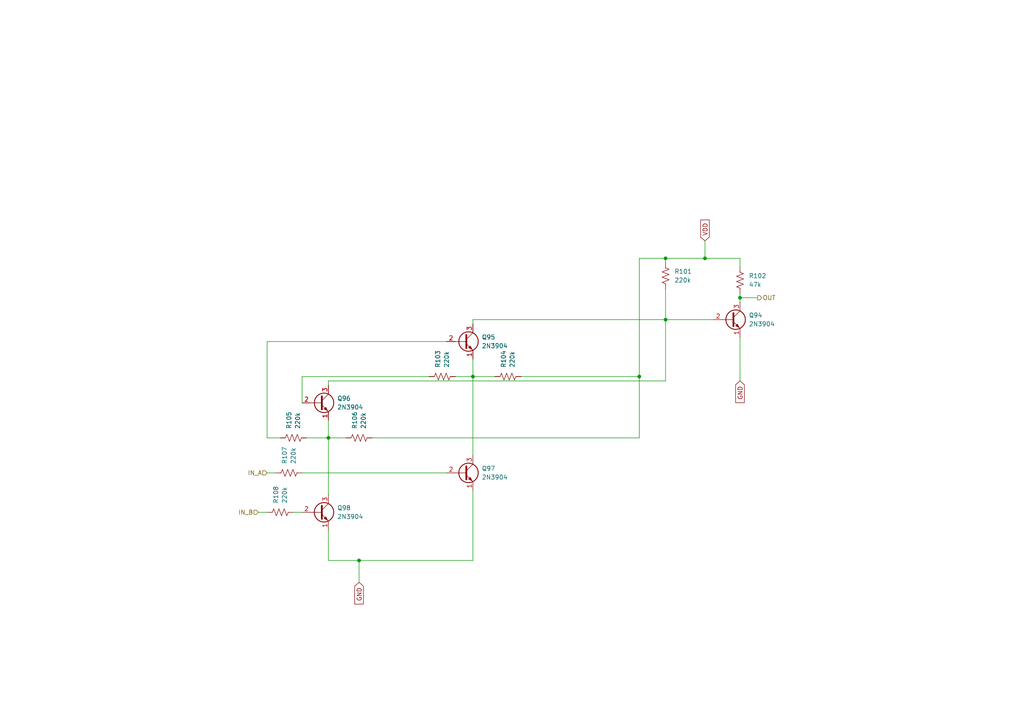
<source format=kicad_sch>
(kicad_sch (version 20250114) (generator "eeschema") (generator_version "9.0")
  (paper "A4")
  (lib_symbols
    (symbol "Device:R_US" (pin_numbers (hide yes)) (pin_names (offset 0))
      (property "Reference" "R" (at 2.54 0 90))
      (property "Value" "R_US" (at -2.54 0 90))
      (symbol "R_US_0_1"
        (polyline (pts (xy 0 2.286) (xy 0 2.54)))
        (polyline (pts (xy 0 2.286) (xy 1.016 1.905) (xy 0 1.524) (xy -1.016 1.143) (xy 0 0.762)))
        (polyline (pts (xy 0 0.762) (xy 1.016 0.381) (xy 0 0) (xy -1.016 -0.381) (xy 0 -0.762)))
        (polyline (pts (xy 0 -0.762) (xy 1.016 -1.143) (xy 0 -1.524) (xy -1.016 -1.905) (xy 0 -2.286)))
        (polyline (pts (xy 0 -2.286) (xy 0 -2.54)))
      )
      (symbol "R_US_1_1"
        (pin passive line (at 0 3.81 270) (length 1.27) (name "~") (number "1"))
        (pin passive line (at 0 -3.81 90) (length 1.27) (name "~") (number "2"))
      )
    )
    (symbol "Transistor_BJT:2N3904" (pin_names (offset 0) (hide yes))
      (property "Reference" "Q" (at 5.08 1.905 0))
      (property "Value" "2N3904" (at 5.08 0 0))
      (symbol "2N3904_0_1"
        (polyline (pts (xy -2.54 0) (xy 0.635 0)))
        (polyline (pts (xy 0.635 1.905) (xy 0.635 -1.905)) (stroke (width 0.508)))
        (circle (center 1.27 0) (radius 2.8194) (stroke (width 0.254)))
      )
      (symbol "2N3904_1_1"
        (polyline (pts (xy 0.635 0.635) (xy 2.54 2.54)))
        (polyline (pts (xy 0.635 -0.635) (xy 2.54 -2.54)))
        (polyline (pts (xy 1.27 -1.778) (xy 1.778 -1.27) (xy 2.286 -2.286) (xy 1.27 -1.778)) (fill (type outline)))
        (pin input line (at -5.08 0 0) (length 2.54) (name "B") (number "2"))
        (pin passive line (at 2.54 5.08 270) (length 2.54) (name "C") (number "3"))
        (pin passive line (at 2.54 -5.08 90) (length 2.54) (name "E") (number "1"))
      )
    )
  )
  (junction (at 214.63 86.36))
  (junction (at 193.04 92.71))
  (junction (at 185.42 109.22))
  (junction (at 193.04 74.93))
  (junction (at 137.16 109.22))
  (junction (at 104.14 162.56))
  (junction (at 95.25 127))
  (junction (at 204.47 74.93))
  (wire (pts (xy 95.25 121.92) (xy 95.25 127)))
  (wire (pts (xy 214.63 110.49) (xy 214.63 97.79)))
  (wire (pts (xy 214.63 86.36) (xy 219.71 86.36)))
  (wire (pts (xy 132.08 109.22) (xy 137.16 109.22)))
  (wire (pts (xy 85.09 148.59) (xy 87.63 148.59)))
  (wire (pts (xy 95.25 110.49) (xy 95.25 111.76)))
  (wire (pts (xy 74.93 148.59) (xy 77.47 148.59)))
  (wire (pts (xy 95.25 143.51) (xy 95.25 127)))
  (wire (pts (xy 87.63 116.84) (xy 87.63 109.22)))
  (wire (pts (xy 137.16 142.24) (xy 137.16 162.56)))
  (wire (pts (xy 77.47 127) (xy 81.28 127)))
  (wire (pts (xy 151.13 109.22) (xy 185.42 109.22)))
  (wire (pts (xy 185.42 127) (xy 185.42 109.22)))
  (wire (pts (xy 107.95 127) (xy 185.42 127)))
  (wire (pts (xy 214.63 74.93) (xy 214.63 77.47)))
  (wire (pts (xy 137.16 109.22) (xy 137.16 132.08)))
  (wire (pts (xy 95.25 162.56) (xy 104.14 162.56)))
  (wire (pts (xy 193.04 92.71) (xy 207.01 92.71)))
  (wire (pts (xy 137.16 92.71) (xy 137.16 93.98)))
  (wire (pts (xy 143.51 109.22) (xy 137.16 109.22)))
  (wire (pts (xy 214.63 85.09) (xy 214.63 86.36)))
  (wire (pts (xy 204.47 74.93) (xy 214.63 74.93)))
  (wire (pts (xy 185.42 74.93) (xy 185.42 109.22)))
  (wire (pts (xy 87.63 109.22) (xy 124.46 109.22)))
  (wire (pts (xy 77.47 99.06) (xy 77.47 127)))
  (wire (pts (xy 95.25 153.67) (xy 95.25 162.56)))
  (wire (pts (xy 129.54 99.06) (xy 77.47 99.06)))
  (wire (pts (xy 87.63 137.16) (xy 129.54 137.16)))
  (wire (pts (xy 193.04 76.2) (xy 193.04 74.93)))
  (wire (pts (xy 95.25 110.49) (xy 193.04 110.49)))
  (wire (pts (xy 185.42 74.93) (xy 193.04 74.93)))
  (wire (pts (xy 95.25 127) (xy 100.33 127)))
  (wire (pts (xy 193.04 83.82) (xy 193.04 92.71)))
  (wire (pts (xy 104.14 162.56) (xy 104.14 168.91)))
  (wire (pts (xy 137.16 162.56) (xy 104.14 162.56)))
  (wire (pts (xy 137.16 109.22) (xy 137.16 104.14)))
  (wire (pts (xy 88.9 127) (xy 95.25 127)))
  (wire (pts (xy 193.04 92.71) (xy 193.04 110.49)))
  (wire (pts (xy 214.63 86.36) (xy 214.63 87.63)))
  (wire (pts (xy 137.16 92.71) (xy 193.04 92.71)))
  (wire (pts (xy 77.47 137.16) (xy 80.01 137.16)))
  (wire (pts (xy 204.47 69.85) (xy 204.47 74.93)))
  (wire (pts (xy 193.04 74.93) (xy 204.47 74.93)))
  (global_label "VDD" (shape input) (at 204.47 69.85 90) (property "Intersheetrefs" "${INTERSHEET_REFS}" (effects (hide yes))))
  (global_label "GND" (shape input) (at 104.14 168.91 270) (property "Intersheetrefs" "${INTERSHEET_REFS}" (effects (hide yes))))
  (global_label "GND" (shape input) (at 214.63 110.49 270) (property "Intersheetrefs" "${INTERSHEET_REFS}" (effects (hide yes))))
  (hierarchical_label "OUT" (shape output) (at 219.71 86.36 0))
  (hierarchical_label "IN_A" (shape input) (at 77.47 137.16 180))
  (hierarchical_label "IN_B" (shape input) (at 74.93 148.59 180))
  (symbol (lib_id "Transistor_BJT:2N3904") (at 92.71 148.59 0) (unit 1)
    (property "Reference" "Q98" (at 97.79 147.3199 0) (effects (justify left)))
    (property "Value" "2N3904" (at 97.79 149.8599 0) (effects (justify left)))
    (property "Footprint" "MyLibrary:TO-92_Inline" (effects (hide yes)))
    (property "Sim.Library" "2N3904_model.txt" (effects (hide yes)))
    (property "Sim.Name" "2N3904" (effects (hide yes)))
    (property "Sim.Device" "NPN" (effects (hide yes)))
    (property "Sim.Type" "GUMMELPOON" (effects (hide yes)))
    (property "Sim.Pins" "1=E 2=B 3=C" (effects (hide yes)))
    (instances (project "ICD24_FA" (path "" (reference "Q98") (unit 1)) (path "" (reference "Q510") (unit 1)) (path "" (reference "Q505") (unit 1)) (path "" (reference "Q434") (unit 1)) (path "" (reference "Q429") (unit 1)) (path "" (reference "Q472") (unit 1)) (path "" (reference "Q467") (unit 1)) (path "" (reference "Q453") (unit 1)) (path "" (reference "Q448") (unit 1)) (path "" (reference "Q491") (unit 1)) (path "" (reference "Q486") (unit 1)) (path "" (reference "Q529") (unit 1)) (path "" (reference "Q524") (unit 1)) (path "" (reference "Q548") (unit 1)) (path "" (reference "Q543") (unit 1)) (path "" (reference "Q567") (unit 1)) (path "" (reference "Q562") (unit 1)) (path "" (reference "Q108") (unit 1)) (path "" (reference "Q103") (unit 1)) (path "" (reference "Q13") (unit 1)) (path "" (reference "Q17") (unit 1)) (path "" (reference "Q206") (unit 1)) (path "" (reference "Q201") (unit 1)) (path "" (reference "Q130") (unit 1)) (path "" (reference "Q125") (unit 1)) (path "" (reference "Q168") (unit 1)) (path "" (reference "Q163") (unit 1)) (path "" (reference "Q149") (unit 1)) (path "" (reference "Q144") (unit 1)) (path "" (reference "Q187") (unit 1)) (path "" (reference "Q182") (unit 1)) (path "" (reference "Q225") (unit 1)) (path "" (reference "Q220") (unit 1)) (path "" (reference "Q244") (unit 1)) (path "" (reference "Q239") (unit 1)) (path "" (reference "Q263") (unit 1)) (path "" (reference "Q258") (unit 1)) (path "" (reference "Q396") (unit 1)) (path "" (reference "Q391") (unit 1)) (path "" (reference "Q358") (unit 1)) (path "" (reference "Q353") (unit 1)) (path "" (reference "Q377") (unit 1)) (path "" (reference "Q372") (unit 1)) (path "" (reference "Q320") (unit 1)) (path "" (reference "Q315") (unit 1)) (path "" (reference "Q339") (unit 1)) (path "" (reference "Q334") (unit 1)) (path "" (reference "Q415") (unit 1)) (path "" (reference "Q410") (unit 1)) (path "" (reference "Q282") (unit 1)) (path "" (reference "Q277") (unit 1)) (path "" (reference "Q301") (unit 1)) (path "" (reference "Q296") (unit 1))))
  )
  (symbol (lib_id "Device:R_US") (at 85.09 127 90) (unit 1)
    (property "Reference" "R105" (at 83.8199 124.46 0) (effects (justify left)))
    (property "Value" "220k" (at 86.3599 124.46 0) (effects (justify left)))
    (property "Footprint" "Resistor_THT:R_Axial_DIN0309_L9.0mm_D3.2mm_P15.24mm_Horizontal" (effects (hide yes)))
    (property "Description" "Resistor, US symbol" (effects (hide yes)))
    (instances (project "ICD24_FA" (path "" (reference "R105") (unit 1)) (path "" (reference "R739") (unit 1)) (path "" (reference "R731") (unit 1)) (path "" (reference "R627") (unit 1)) (path "" (reference "R619") (unit 1)) (path "" (reference "R683") (unit 1)) (path "" (reference "R675") (unit 1)) (path "" (reference "R655") (unit 1)) (path "" (reference "R647") (unit 1)) (path "" (reference "R711") (unit 1)) (path "" (reference "R703") (unit 1)) (path "" (reference "R767") (unit 1)) (path "" (reference "R759") (unit 1)) (path "" (reference "R795") (unit 1)) (path "" (reference "R787") (unit 1)) (path "" (reference "R823") (unit 1)) (path "" (reference "R815") (unit 1)) (path "" (reference "R121") (unit 1)) (path "" (reference "R113") (unit 1)) (path "" (reference "R22") (unit 1)) (path "" (reference "R26") (unit 1)) (path "" (reference "R291") (unit 1)) (path "" (reference "R283") (unit 1)) (path "" (reference "R179") (unit 1)) (path "" (reference "R171") (unit 1)) (path "" (reference "R235") (unit 1)) (path "" (reference "R227") (unit 1)) (path "" (reference "R207") (unit 1)) (path "" (reference "R199") (unit 1)) (path "" (reference "R263") (unit 1)) (path "" (reference "R255") (unit 1)) (path "" (reference "R319") (unit 1)) (path "" (reference "R311") (unit 1)) (path "" (reference "R347") (unit 1)) (path "" (reference "R339") (unit 1)) (path "" (reference "R375") (unit 1)) (path "" (reference "R367") (unit 1)) (path "" (reference "R571") (unit 1)) (path "" (reference "R563") (unit 1)) (path "" (reference "R515") (unit 1)) (path "" (reference "R507") (unit 1)) (path "" (reference "R543") (unit 1)) (path "" (reference "R535") (unit 1)) (path "" (reference "R459") (unit 1)) (path "" (reference "R451") (unit 1)) (path "" (reference "R487") (unit 1)) (path "" (reference "R479") (unit 1)) (path "" (reference "R599") (unit 1)) (path "" (reference "R591") (unit 1)) (path "" (reference "R403") (unit 1)) (path "" (reference "R395") (unit 1)) (path "" (reference "R431") (unit 1)) (path "" (reference "R423") (unit 1))))
  )
  (symbol (lib_id "Device:R_US") (at 104.14 127 90) (unit 1)
    (property "Reference" "R106" (at 102.8699 124.46 0) (effects (justify left)))
    (property "Value" "220k" (at 105.4099 124.46 0) (effects (justify left)))
    (property "Footprint" "Resistor_THT:R_Axial_DIN0309_L9.0mm_D3.2mm_P15.24mm_Horizontal" (effects (hide yes)))
    (property "Description" "Resistor, US symbol" (effects (hide yes)))
    (instances (project "ICD24_FA" (path "" (reference "R106") (unit 1)) (path "" (reference "R740") (unit 1)) (path "" (reference "R732") (unit 1)) (path "" (reference "R628") (unit 1)) (path "" (reference "R620") (unit 1)) (path "" (reference "R684") (unit 1)) (path "" (reference "R676") (unit 1)) (path "" (reference "R656") (unit 1)) (path "" (reference "R648") (unit 1)) (path "" (reference "R712") (unit 1)) (path "" (reference "R704") (unit 1)) (path "" (reference "R768") (unit 1)) (path "" (reference "R760") (unit 1)) (path "" (reference "R796") (unit 1)) (path "" (reference "R788") (unit 1)) (path "" (reference "R824") (unit 1)) (path "" (reference "R816") (unit 1)) (path "" (reference "R122") (unit 1)) (path "" (reference "R114") (unit 1)) (path "" (reference "R16") (unit 1)) (path "" (reference "R24") (unit 1)) (path "" (reference "R292") (unit 1)) (path "" (reference "R284") (unit 1)) (path "" (reference "R180") (unit 1)) (path "" (reference "R172") (unit 1)) (path "" (reference "R236") (unit 1)) (path "" (reference "R228") (unit 1)) (path "" (reference "R208") (unit 1)) (path "" (reference "R200") (unit 1)) (path "" (reference "R264") (unit 1)) (path "" (reference "R256") (unit 1)) (path "" (reference "R320") (unit 1)) (path "" (reference "R312") (unit 1)) (path "" (reference "R348") (unit 1)) (path "" (reference "R340") (unit 1)) (path "" (reference "R376") (unit 1)) (path "" (reference "R368") (unit 1)) (path "" (reference "R572") (unit 1)) (path "" (reference "R564") (unit 1)) (path "" (reference "R516") (unit 1)) (path "" (reference "R508") (unit 1)) (path "" (reference "R544") (unit 1)) (path "" (reference "R536") (unit 1)) (path "" (reference "R460") (unit 1)) (path "" (reference "R452") (unit 1)) (path "" (reference "R488") (unit 1)) (path "" (reference "R480") (unit 1)) (path "" (reference "R600") (unit 1)) (path "" (reference "R592") (unit 1)) (path "" (reference "R404") (unit 1)) (path "" (reference "R396") (unit 1)) (path "" (reference "R432") (unit 1)) (path "" (reference "R424") (unit 1))))
  )
  (symbol (lib_id "Transistor_BJT:2N3904") (at 134.62 99.06 0) (unit 1)
    (property "Reference" "Q95" (at 139.7 97.7899 0) (effects (justify left)))
    (property "Value" "2N3904" (at 139.7 100.3299 0) (effects (justify left)))
    (property "Footprint" "MyLibrary:TO-92_Inline" (effects (hide yes)))
    (property "Sim.Library" "2N3904_model.txt" (effects (hide yes)))
    (property "Sim.Name" "2N3904" (effects (hide yes)))
    (property "Sim.Device" "NPN" (effects (hide yes)))
    (property "Sim.Type" "GUMMELPOON" (effects (hide yes)))
    (property "Sim.Pins" "1=E 2=B 3=C" (effects (hide yes)))
    (instances (project "ICD24_FA" (path "" (reference "Q95") (unit 1)) (path "" (reference "Q507") (unit 1)) (path "" (reference "Q502") (unit 1)) (path "" (reference "Q431") (unit 1)) (path "" (reference "Q426") (unit 1)) (path "" (reference "Q469") (unit 1)) (path "" (reference "Q464") (unit 1)) (path "" (reference "Q450") (unit 1)) (path "" (reference "Q445") (unit 1)) (path "" (reference "Q488") (unit 1)) (path "" (reference "Q483") (unit 1)) (path "" (reference "Q526") (unit 1)) (path "" (reference "Q521") (unit 1)) (path "" (reference "Q545") (unit 1)) (path "" (reference "Q540") (unit 1)) (path "" (reference "Q564") (unit 1)) (path "" (reference "Q559") (unit 1)) (path "" (reference "Q105") (unit 1)) (path "" (reference "Q100") (unit 1)) (path "" (reference "Q10") (unit 1)) (path "" (reference "Q16") (unit 1)) (path "" (reference "Q203") (unit 1)) (path "" (reference "Q198") (unit 1)) (path "" (reference "Q127") (unit 1)) (path "" (reference "Q122") (unit 1)) (path "" (reference "Q165") (unit 1)) (path "" (reference "Q160") (unit 1)) (path "" (reference "Q146") (unit 1)) (path "" (reference "Q141") (unit 1)) (path "" (reference "Q184") (unit 1)) (path "" (reference "Q179") (unit 1)) (path "" (reference "Q222") (unit 1)) (path "" (reference "Q217") (unit 1)) (path "" (reference "Q241") (unit 1)) (path "" (reference "Q236") (unit 1)) (path "" (reference "Q260") (unit 1)) (path "" (reference "Q255") (unit 1)) (path "" (reference "Q393") (unit 1)) (path "" (reference "Q388") (unit 1)) (path "" (reference "Q355") (unit 1)) (path "" (reference "Q350") (unit 1)) (path "" (reference "Q374") (unit 1)) (path "" (reference "Q369") (unit 1)) (path "" (reference "Q317") (unit 1)) (path "" (reference "Q312") (unit 1)) (path "" (reference "Q336") (unit 1)) (path "" (reference "Q331") (unit 1)) (path "" (reference "Q412") (unit 1)) (path "" (reference "Q407") (unit 1)) (path "" (reference "Q279") (unit 1)) (path "" (reference "Q274") (unit 1)) (path "" (reference "Q298") (unit 1)) (path "" (reference "Q293") (unit 1))))
  )
  (symbol (lib_id "Device:R_US") (at 83.82 137.16 90) (unit 1)
    (property "Reference" "R107" (at 82.5499 134.62 0) (effects (justify left)))
    (property "Value" "220k" (at 85.0899 134.62 0) (effects (justify left)))
    (property "Footprint" "Resistor_THT:R_Axial_DIN0309_L9.0mm_D3.2mm_P15.24mm_Horizontal" (effects (hide yes)))
    (property "Description" "Resistor, US symbol" (effects (hide yes)))
    (instances (project "ICD24_FA" (path "" (reference "R107") (unit 1)) (path "" (reference "R741") (unit 1)) (path "" (reference "R733") (unit 1)) (path "" (reference "R629") (unit 1)) (path "" (reference "R621") (unit 1)) (path "" (reference "R685") (unit 1)) (path "" (reference "R677") (unit 1)) (path "" (reference "R657") (unit 1)) (path "" (reference "R649") (unit 1)) (path "" (reference "R713") (unit 1)) (path "" (reference "R705") (unit 1)) (path "" (reference "R769") (unit 1)) (path "" (reference "R761") (unit 1)) (path "" (reference "R797") (unit 1)) (path "" (reference "R789") (unit 1)) (path "" (reference "R825") (unit 1)) (path "" (reference "R817") (unit 1)) (path "" (reference "R123") (unit 1)) (path "" (reference "R115") (unit 1)) (path "" (reference "R17") (unit 1)) (path "" (reference "R28") (unit 1)) (path "" (reference "R293") (unit 1)) (path "" (reference "R285") (unit 1)) (path "" (reference "R181") (unit 1)) (path "" (reference "R173") (unit 1)) (path "" (reference "R237") (unit 1)) (path "" (reference "R229") (unit 1)) (path "" (reference "R209") (unit 1)) (path "" (reference "R201") (unit 1)) (path "" (reference "R265") (unit 1)) (path "" (reference "R257") (unit 1)) (path "" (reference "R321") (unit 1)) (path "" (reference "R313") (unit 1)) (path "" (reference "R349") (unit 1)) (path "" (reference "R341") (unit 1)) (path "" (reference "R377") (unit 1)) (path "" (reference "R369") (unit 1)) (path "" (reference "R573") (unit 1)) (path "" (reference "R565") (unit 1)) (path "" (reference "R517") (unit 1)) (path "" (reference "R509") (unit 1)) (path "" (reference "R545") (unit 1)) (path "" (reference "R537") (unit 1)) (path "" (reference "R461") (unit 1)) (path "" (reference "R453") (unit 1)) (path "" (reference "R489") (unit 1)) (path "" (reference "R481") (unit 1)) (path "" (reference "R601") (unit 1)) (path "" (reference "R593") (unit 1)) (path "" (reference "R405") (unit 1)) (path "" (reference "R397") (unit 1)) (path "" (reference "R433") (unit 1)) (path "" (reference "R425") (unit 1))))
  )
  (symbol (lib_id "Transistor_BJT:2N3904") (at 92.71 116.84 0) (unit 1)
    (property "Reference" "Q96" (at 97.79 115.5699 0) (effects (justify left)))
    (property "Value" "2N3904" (at 97.79 118.1099 0) (effects (justify left)))
    (property "Footprint" "MyLibrary:TO-92_Inline" (effects (hide yes)))
    (property "Sim.Library" "2N3904_model.txt" (effects (hide yes)))
    (property "Sim.Name" "2N3904" (effects (hide yes)))
    (property "Sim.Device" "NPN" (effects (hide yes)))
    (property "Sim.Type" "GUMMELPOON" (effects (hide yes)))
    (property "Sim.Pins" "1=E 2=B 3=C" (effects (hide yes)))
    (instances (project "ICD24_FA" (path "" (reference "Q96") (unit 1)) (path "" (reference "Q508") (unit 1)) (path "" (reference "Q503") (unit 1)) (path "" (reference "Q432") (unit 1)) (path "" (reference "Q427") (unit 1)) (path "" (reference "Q470") (unit 1)) (path "" (reference "Q465") (unit 1)) (path "" (reference "Q451") (unit 1)) (path "" (reference "Q446") (unit 1)) (path "" (reference "Q489") (unit 1)) (path "" (reference "Q484") (unit 1)) (path "" (reference "Q527") (unit 1)) (path "" (reference "Q522") (unit 1)) (path "" (reference "Q546") (unit 1)) (path "" (reference "Q541") (unit 1)) (path "" (reference "Q565") (unit 1)) (path "" (reference "Q560") (unit 1)) (path "" (reference "Q106") (unit 1)) (path "" (reference "Q101") (unit 1)) (path "" (reference "Q14") (unit 1)) (path "" (reference "Q18") (unit 1)) (path "" (reference "Q204") (unit 1)) (path "" (reference "Q199") (unit 1)) (path "" (reference "Q128") (unit 1)) (path "" (reference "Q123") (unit 1)) (path "" (reference "Q166") (unit 1)) (path "" (reference "Q161") (unit 1)) (path "" (reference "Q147") (unit 1)) (path "" (reference "Q142") (unit 1)) (path "" (reference "Q185") (unit 1)) (path "" (reference "Q180") (unit 1)) (path "" (reference "Q223") (unit 1)) (path "" (reference "Q218") (unit 1)) (path "" (reference "Q242") (unit 1)) (path "" (reference "Q237") (unit 1)) (path "" (reference "Q261") (unit 1)) (path "" (reference "Q256") (unit 1)) (path "" (reference "Q394") (unit 1)) (path "" (reference "Q389") (unit 1)) (path "" (reference "Q356") (unit 1)) (path "" (reference "Q351") (unit 1)) (path "" (reference "Q375") (unit 1)) (path "" (reference "Q370") (unit 1)) (path "" (reference "Q318") (unit 1)) (path "" (reference "Q313") (unit 1)) (path "" (reference "Q337") (unit 1)) (path "" (reference "Q332") (unit 1)) (path "" (reference "Q413") (unit 1)) (path "" (reference "Q408") (unit 1)) (path "" (reference "Q280") (unit 1)) (path "" (reference "Q275") (unit 1)) (path "" (reference "Q299") (unit 1)) (path "" (reference "Q294") (unit 1))))
  )
  (symbol (lib_id "Device:R_US") (at 128.27 109.22 90) (unit 1)
    (property "Reference" "R103" (at 126.9999 106.68 0) (effects (justify left)))
    (property "Value" "220k" (at 129.5399 106.68 0) (effects (justify left)))
    (property "Footprint" "Resistor_THT:R_Axial_DIN0309_L9.0mm_D3.2mm_P15.24mm_Horizontal" (effects (hide yes)))
    (property "Description" "Resistor, US symbol" (effects (hide yes)))
    (instances (project "ICD24_FA" (path "" (reference "R103") (unit 1)) (path "" (reference "R737") (unit 1)) (path "" (reference "R729") (unit 1)) (path "" (reference "R625") (unit 1)) (path "" (reference "R617") (unit 1)) (path "" (reference "R681") (unit 1)) (path "" (reference "R673") (unit 1)) (path "" (reference "R653") (unit 1)) (path "" (reference "R645") (unit 1)) (path "" (reference "R709") (unit 1)) (path "" (reference "R701") (unit 1)) (path "" (reference "R765") (unit 1)) (path "" (reference "R757") (unit 1)) (path "" (reference "R793") (unit 1)) (path "" (reference "R785") (unit 1)) (path "" (reference "R821") (unit 1)) (path "" (reference "R813") (unit 1)) (path "" (reference "R119") (unit 1)) (path "" (reference "R111") (unit 1)) (path "" (reference "R18") (unit 1)) (path "" (reference "R25") (unit 1)) (path "" (reference "R289") (unit 1)) (path "" (reference "R281") (unit 1)) (path "" (reference "R177") (unit 1)) (path "" (reference "R169") (unit 1)) (path "" (reference "R233") (unit 1)) (path "" (reference "R225") (unit 1)) (path "" (reference "R205") (unit 1)) (path "" (reference "R197") (unit 1)) (path "" (reference "R261") (unit 1)) (path "" (reference "R253") (unit 1)) (path "" (reference "R317") (unit 1)) (path "" (reference "R309") (unit 1)) (path "" (reference "R345") (unit 1)) (path "" (reference "R337") (unit 1)) (path "" (reference "R373") (unit 1)) (path "" (reference "R365") (unit 1)) (path "" (reference "R569") (unit 1)) (path "" (reference "R561") (unit 1)) (path "" (reference "R513") (unit 1)) (path "" (reference "R505") (unit 1)) (path "" (reference "R541") (unit 1)) (path "" (reference "R533") (unit 1)) (path "" (reference "R457") (unit 1)) (path "" (reference "R449") (unit 1)) (path "" (reference "R485") (unit 1)) (path "" (reference "R477") (unit 1)) (path "" (reference "R597") (unit 1)) (path "" (reference "R589") (unit 1)) (path "" (reference "R401") (unit 1)) (path "" (reference "R393") (unit 1)) (path "" (reference "R429") (unit 1)) (path "" (reference "R421") (unit 1))))
  )
  (symbol (lib_id "Transistor_BJT:2N3904") (at 134.62 137.16 0) (unit 1)
    (property "Reference" "Q97" (at 139.7 135.8899 0) (effects (justify left)))
    (property "Value" "2N3904" (at 139.7 138.4299 0) (effects (justify left)))
    (property "Footprint" "MyLibrary:TO-92_Inline" (effects (hide yes)))
    (property "Sim.Library" "2N3904_model.txt" (effects (hide yes)))
    (property "Sim.Name" "2N3904" (effects (hide yes)))
    (property "Sim.Device" "NPN" (effects (hide yes)))
    (property "Sim.Type" "GUMMELPOON" (effects (hide yes)))
    (property "Sim.Pins" "1=E 2=B 3=C" (effects (hide yes)))
    (instances (project "ICD24_FA" (path "" (reference "Q97") (unit 1)) (path "" (reference "Q509") (unit 1)) (path "" (reference "Q504") (unit 1)) (path "" (reference "Q433") (unit 1)) (path "" (reference "Q428") (unit 1)) (path "" (reference "Q471") (unit 1)) (path "" (reference "Q466") (unit 1)) (path "" (reference "Q452") (unit 1)) (path "" (reference "Q447") (unit 1)) (path "" (reference "Q490") (unit 1)) (path "" (reference "Q485") (unit 1)) (path "" (reference "Q528") (unit 1)) (path "" (reference "Q523") (unit 1)) (path "" (reference "Q547") (unit 1)) (path "" (reference "Q542") (unit 1)) (path "" (reference "Q566") (unit 1)) (path "" (reference "Q561") (unit 1)) (path "" (reference "Q107") (unit 1)) (path "" (reference "Q102") (unit 1)) (path "" (reference "Q11") (unit 1)) (path "" (reference "Q19") (unit 1)) (path "" (reference "Q205") (unit 1)) (path "" (reference "Q200") (unit 1)) (path "" (reference "Q129") (unit 1)) (path "" (reference "Q124") (unit 1)) (path "" (reference "Q167") (unit 1)) (path "" (reference "Q162") (unit 1)) (path "" (reference "Q148") (unit 1)) (path "" (reference "Q143") (unit 1)) (path "" (reference "Q186") (unit 1)) (path "" (reference "Q181") (unit 1)) (path "" (reference "Q224") (unit 1)) (path "" (reference "Q219") (unit 1)) (path "" (reference "Q243") (unit 1)) (path "" (reference "Q238") (unit 1)) (path "" (reference "Q262") (unit 1)) (path "" (reference "Q257") (unit 1)) (path "" (reference "Q395") (unit 1)) (path "" (reference "Q390") (unit 1)) (path "" (reference "Q357") (unit 1)) (path "" (reference "Q352") (unit 1)) (path "" (reference "Q376") (unit 1)) (path "" (reference "Q371") (unit 1)) (path "" (reference "Q319") (unit 1)) (path "" (reference "Q314") (unit 1)) (path "" (reference "Q338") (unit 1)) (path "" (reference "Q333") (unit 1)) (path "" (reference "Q414") (unit 1)) (path "" (reference "Q409") (unit 1)) (path "" (reference "Q281") (unit 1)) (path "" (reference "Q276") (unit 1)) (path "" (reference "Q300") (unit 1)) (path "" (reference "Q295") (unit 1))))
  )
  (symbol (lib_id "Device:R_US") (at 214.63 81.28 0) (unit 1)
    (property "Reference" "R102" (at 217.17 80.0099 0) (effects (justify left)))
    (property "Value" "47k" (at 217.17 82.5499 0) (effects (justify left)))
    (property "Footprint" "Resistor_THT:R_Axial_DIN0309_L9.0mm_D3.2mm_P15.24mm_Horizontal" (effects (hide yes)))
    (property "Description" "Resistor, US symbol" (effects (hide yes)))
    (instances (project "ICD24_FA" (path "" (reference "R102") (unit 1)) (path "" (reference "R736") (unit 1)) (path "" (reference "R728") (unit 1)) (path "" (reference "R624") (unit 1)) (path "" (reference "R616") (unit 1)) (path "" (reference "R680") (unit 1)) (path "" (reference "R672") (unit 1)) (path "" (reference "R652") (unit 1)) (path "" (reference "R644") (unit 1)) (path "" (reference "R708") (unit 1)) (path "" (reference "R700") (unit 1)) (path "" (reference "R764") (unit 1)) (path "" (reference "R756") (unit 1)) (path "" (reference "R792") (unit 1)) (path "" (reference "R784") (unit 1)) (path "" (reference "R820") (unit 1)) (path "" (reference "R812") (unit 1)) (path "" (reference "R118") (unit 1)) (path "" (reference "R110") (unit 1)) (path "" (reference "R11") (unit 1)) (path "" (reference "R19") (unit 1)) (path "" (reference "R288") (unit 1)) (path "" (reference "R280") (unit 1)) (path "" (reference "R176") (unit 1)) (path "" (reference "R168") (unit 1)) (path "" (reference "R232") (unit 1)) (path "" (reference "R224") (unit 1)) (path "" (reference "R204") (unit 1)) (path "" (reference "R196") (unit 1)) (path "" (reference "R260") (unit 1)) (path "" (reference "R252") (unit 1)) (path "" (reference "R316") (unit 1)) (path "" (reference "R308") (unit 1)) (path "" (reference "R344") (unit 1)) (path "" (reference "R336") (unit 1)) (path "" (reference "R372") (unit 1)) (path "" (reference "R364") (unit 1)) (path "" (reference "R568") (unit 1)) (path "" (reference "R560") (unit 1)) (path "" (reference "R512") (unit 1)) (path "" (reference "R504") (unit 1)) (path "" (reference "R540") (unit 1)) (path "" (reference "R532") (unit 1)) (path "" (reference "R456") (unit 1)) (path "" (reference "R448") (unit 1)) (path "" (reference "R484") (unit 1)) (path "" (reference "R476") (unit 1)) (path "" (reference "R596") (unit 1)) (path "" (reference "R588") (unit 1)) (path "" (reference "R400") (unit 1)) (path "" (reference "R392") (unit 1)) (path "" (reference "R428") (unit 1)) (path "" (reference "R420") (unit 1))))
  )
  (symbol (lib_id "Device:R_US") (at 147.32 109.22 90) (unit 1)
    (property "Reference" "R104" (at 146.0499 106.68 0) (effects (justify left)))
    (property "Value" "220k" (at 148.5899 106.68 0) (effects (justify left)))
    (property "Footprint" "Resistor_THT:R_Axial_DIN0309_L9.0mm_D3.2mm_P15.24mm_Horizontal" (effects (hide yes)))
    (property "Description" "Resistor, US symbol" (effects (hide yes)))
    (instances (project "ICD24_FA" (path "" (reference "R104") (unit 1)) (path "" (reference "R738") (unit 1)) (path "" (reference "R730") (unit 1)) (path "" (reference "R626") (unit 1)) (path "" (reference "R618") (unit 1)) (path "" (reference "R682") (unit 1)) (path "" (reference "R674") (unit 1)) (path "" (reference "R654") (unit 1)) (path "" (reference "R646") (unit 1)) (path "" (reference "R710") (unit 1)) (path "" (reference "R702") (unit 1)) (path "" (reference "R766") (unit 1)) (path "" (reference "R758") (unit 1)) (path "" (reference "R794") (unit 1)) (path "" (reference "R786") (unit 1)) (path "" (reference "R822") (unit 1)) (path "" (reference "R814") (unit 1)) (path "" (reference "R120") (unit 1)) (path "" (reference "R112") (unit 1)) (path "" (reference "R12") (unit 1)) (path "" (reference "R21") (unit 1)) (path "" (reference "R290") (unit 1)) (path "" (reference "R282") (unit 1)) (path "" (reference "R178") (unit 1)) (path "" (reference "R170") (unit 1)) (path "" (reference "R234") (unit 1)) (path "" (reference "R226") (unit 1)) (path "" (reference "R206") (unit 1)) (path "" (reference "R198") (unit 1)) (path "" (reference "R262") (unit 1)) (path "" (reference "R254") (unit 1)) (path "" (reference "R318") (unit 1)) (path "" (reference "R310") (unit 1)) (path "" (reference "R346") (unit 1)) (path "" (reference "R338") (unit 1)) (path "" (reference "R374") (unit 1)) (path "" (reference "R366") (unit 1)) (path "" (reference "R570") (unit 1)) (path "" (reference "R562") (unit 1)) (path "" (reference "R514") (unit 1)) (path "" (reference "R506") (unit 1)) (path "" (reference "R542") (unit 1)) (path "" (reference "R534") (unit 1)) (path "" (reference "R458") (unit 1)) (path "" (reference "R450") (unit 1)) (path "" (reference "R486") (unit 1)) (path "" (reference "R478") (unit 1)) (path "" (reference "R598") (unit 1)) (path "" (reference "R590") (unit 1)) (path "" (reference "R402") (unit 1)) (path "" (reference "R394") (unit 1)) (path "" (reference "R430") (unit 1)) (path "" (reference "R422") (unit 1))))
  )
  (symbol (lib_id "Device:R_US") (at 193.04 80.01 0) (unit 1)
    (property "Reference" "R101" (at 195.58 78.7399 0) (effects (justify left)))
    (property "Value" "220k" (at 195.58 81.2799 0) (effects (justify left)))
    (property "Footprint" "Resistor_THT:R_Axial_DIN0309_L9.0mm_D3.2mm_P15.24mm_Horizontal" (effects (hide yes)))
    (property "Description" "Resistor, US symbol" (effects (hide yes)))
    (instances (project "ICD24_FA" (path "" (reference "R101") (unit 1)) (path "" (reference "R735") (unit 1)) (path "" (reference "R727") (unit 1)) (path "" (reference "R623") (unit 1)) (path "" (reference "R615") (unit 1)) (path "" (reference "R679") (unit 1)) (path "" (reference "R671") (unit 1)) (path "" (reference "R651") (unit 1)) (path "" (reference "R643") (unit 1)) (path "" (reference "R707") (unit 1)) (path "" (reference "R699") (unit 1)) (path "" (reference "R763") (unit 1)) (path "" (reference "R755") (unit 1)) (path "" (reference "R791") (unit 1)) (path "" (reference "R783") (unit 1)) (path "" (reference "R819") (unit 1)) (path "" (reference "R811") (unit 1)) (path "" (reference "R117") (unit 1)) (path "" (reference "R109") (unit 1)) (path "" (reference "R15") (unit 1)) (path "" (reference "R23") (unit 1)) (path "" (reference "R287") (unit 1)) (path "" (reference "R279") (unit 1)) (path "" (reference "R175") (unit 1)) (path "" (reference "R167") (unit 1)) (path "" (reference "R231") (unit 1)) (path "" (reference "R223") (unit 1)) (path "" (reference "R203") (unit 1)) (path "" (reference "R195") (unit 1)) (path "" (reference "R259") (unit 1)) (path "" (reference "R251") (unit 1)) (path "" (reference "R315") (unit 1)) (path "" (reference "R307") (unit 1)) (path "" (reference "R343") (unit 1)) (path "" (reference "R335") (unit 1)) (path "" (reference "R371") (unit 1)) (path "" (reference "R363") (unit 1)) (path "" (reference "R567") (unit 1)) (path "" (reference "R559") (unit 1)) (path "" (reference "R511") (unit 1)) (path "" (reference "R503") (unit 1)) (path "" (reference "R539") (unit 1)) (path "" (reference "R531") (unit 1)) (path "" (reference "R455") (unit 1)) (path "" (reference "R447") (unit 1)) (path "" (reference "R483") (unit 1)) (path "" (reference "R475") (unit 1)) (path "" (reference "R595") (unit 1)) (path "" (reference "R587") (unit 1)) (path "" (reference "R399") (unit 1)) (path "" (reference "R391") (unit 1)) (path "" (reference "R427") (unit 1)) (path "" (reference "R419") (unit 1))))
  )
  (symbol (lib_id "Device:R_US") (at 81.28 148.59 90) (unit 1)
    (property "Reference" "R108" (at 80.0099 146.05 0) (effects (justify left)))
    (property "Value" "220k" (at 82.5499 146.05 0) (effects (justify left)))
    (property "Footprint" "Resistor_THT:R_Axial_DIN0309_L9.0mm_D3.2mm_P15.24mm_Horizontal" (effects (hide yes)))
    (property "Description" "Resistor, US symbol" (effects (hide yes)))
    (instances (project "ICD24_FA" (path "" (reference "R108") (unit 1)) (path "" (reference "R742") (unit 1)) (path "" (reference "R734") (unit 1)) (path "" (reference "R630") (unit 1)) (path "" (reference "R622") (unit 1)) (path "" (reference "R686") (unit 1)) (path "" (reference "R678") (unit 1)) (path "" (reference "R658") (unit 1)) (path "" (reference "R650") (unit 1)) (path "" (reference "R714") (unit 1)) (path "" (reference "R706") (unit 1)) (path "" (reference "R770") (unit 1)) (path "" (reference "R762") (unit 1)) (path "" (reference "R798") (unit 1)) (path "" (reference "R790") (unit 1)) (path "" (reference "R826") (unit 1)) (path "" (reference "R818") (unit 1)) (path "" (reference "R124") (unit 1)) (path "" (reference "R116") (unit 1)) (path "" (reference "R20") (unit 1)) (path "" (reference "R27") (unit 1)) (path "" (reference "R294") (unit 1)) (path "" (reference "R286") (unit 1)) (path "" (reference "R182") (unit 1)) (path "" (reference "R174") (unit 1)) (path "" (reference "R238") (unit 1)) (path "" (reference "R230") (unit 1)) (path "" (reference "R210") (unit 1)) (path "" (reference "R202") (unit 1)) (path "" (reference "R266") (unit 1)) (path "" (reference "R258") (unit 1)) (path "" (reference "R322") (unit 1)) (path "" (reference "R314") (unit 1)) (path "" (reference "R350") (unit 1)) (path "" (reference "R342") (unit 1)) (path "" (reference "R378") (unit 1)) (path "" (reference "R370") (unit 1)) (path "" (reference "R574") (unit 1)) (path "" (reference "R566") (unit 1)) (path "" (reference "R518") (unit 1)) (path "" (reference "R510") (unit 1)) (path "" (reference "R546") (unit 1)) (path "" (reference "R538") (unit 1)) (path "" (reference "R462") (unit 1)) (path "" (reference "R454") (unit 1)) (path "" (reference "R490") (unit 1)) (path "" (reference "R482") (unit 1)) (path "" (reference "R602") (unit 1)) (path "" (reference "R594") (unit 1)) (path "" (reference "R406") (unit 1)) (path "" (reference "R398") (unit 1)) (path "" (reference "R434") (unit 1)) (path "" (reference "R426") (unit 1))))
  )
  (symbol (lib_id "Transistor_BJT:2N3904") (at 212.09 92.71 0) (unit 1)
    (property "Reference" "Q94" (at 217.17 91.4399 0) (effects (justify left)))
    (property "Value" "2N3904" (at 217.17 93.9799 0) (effects (justify left)))
    (property "Footprint" "MyLibrary:TO-92_Inline" (effects (hide yes)))
    (property "Sim.Library" "2N3904_model.txt" (effects (hide yes)))
    (property "Sim.Name" "2N3904" (effects (hide yes)))
    (property "Sim.Device" "NPN" (effects (hide yes)))
    (property "Sim.Type" "GUMMELPOON" (effects (hide yes)))
    (property "Sim.Pins" "1=E 2=B 3=C" (effects (hide yes)))
    (instances (project "ICD24_FA" (path "" (reference "Q94") (unit 1)) (path "" (reference "Q506") (unit 1)) (path "" (reference "Q501") (unit 1)) (path "" (reference "Q430") (unit 1)) (path "" (reference "Q425") (unit 1)) (path "" (reference "Q468") (unit 1)) (path "" (reference "Q463") (unit 1)) (path "" (reference "Q449") (unit 1)) (path "" (reference "Q444") (unit 1)) (path "" (reference "Q487") (unit 1)) (path "" (reference "Q482") (unit 1)) (path "" (reference "Q525") (unit 1)) (path "" (reference "Q520") (unit 1)) (path "" (reference "Q544") (unit 1)) (path "" (reference "Q539") (unit 1)) (path "" (reference "Q563") (unit 1)) (path "" (reference "Q558") (unit 1)) (path "" (reference "Q104") (unit 1)) (path "" (reference "Q99") (unit 1)) (path "" (reference "Q12") (unit 1)) (path "" (reference "Q15") (unit 1)) (path "" (reference "Q202") (unit 1)) (path "" (reference "Q197") (unit 1)) (path "" (reference "Q126") (unit 1)) (path "" (reference "Q121") (unit 1)) (path "" (reference "Q164") (unit 1)) (path "" (reference "Q159") (unit 1)) (path "" (reference "Q145") (unit 1)) (path "" (reference "Q140") (unit 1)) (path "" (reference "Q183") (unit 1)) (path "" (reference "Q178") (unit 1)) (path "" (reference "Q221") (unit 1)) (path "" (reference "Q216") (unit 1)) (path "" (reference "Q240") (unit 1)) (path "" (reference "Q235") (unit 1)) (path "" (reference "Q259") (unit 1)) (path "" (reference "Q254") (unit 1)) (path "" (reference "Q392") (unit 1)) (path "" (reference "Q387") (unit 1)) (path "" (reference "Q354") (unit 1)) (path "" (reference "Q349") (unit 1)) (path "" (reference "Q373") (unit 1)) (path "" (reference "Q368") (unit 1)) (path "" (reference "Q316") (unit 1)) (path "" (reference "Q311") (unit 1)) (path "" (reference "Q335") (unit 1)) (path "" (reference "Q330") (unit 1)) (path "" (reference "Q411") (unit 1)) (path "" (reference "Q406") (unit 1)) (path "" (reference "Q278") (unit 1)) (path "" (reference "Q273") (unit 1)) (path "" (reference "Q297") (unit 1)) (path "" (reference "Q292") (unit 1))))
  )
)
</source>
